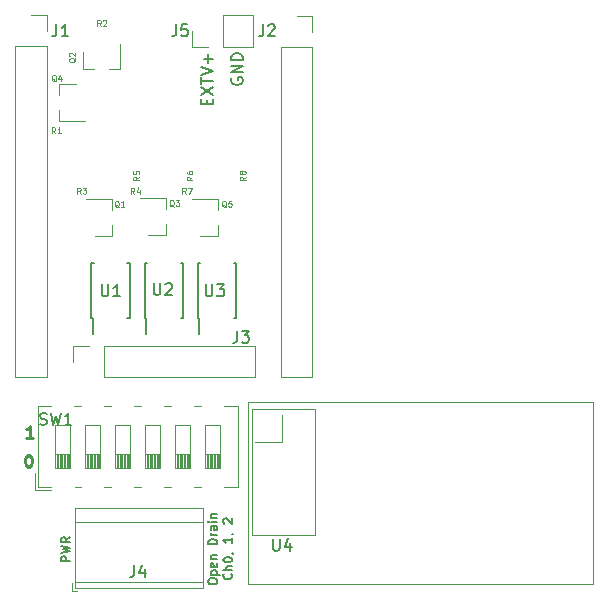
<source format=gbr>
G04 #@! TF.GenerationSoftware,KiCad,Pcbnew,(5.1.5)-3*
G04 #@! TF.CreationDate,2020-07-22T22:43:47-05:00*
G04 #@! TF.ProjectId,LightDriverShieldVer2,4c696768-7444-4726-9976-657253686965,rev?*
G04 #@! TF.SameCoordinates,Original*
G04 #@! TF.FileFunction,Legend,Top*
G04 #@! TF.FilePolarity,Positive*
%FSLAX46Y46*%
G04 Gerber Fmt 4.6, Leading zero omitted, Abs format (unit mm)*
G04 Created by KiCad (PCBNEW (5.1.5)-3) date 2020-07-22 22:43:47*
%MOMM*%
%LPD*%
G04 APERTURE LIST*
%ADD10C,0.150000*%
%ADD11C,0.250000*%
%ADD12C,0.120000*%
%ADD13C,0.100000*%
G04 APERTURE END LIST*
D10*
X115001785Y-138671428D02*
X115001785Y-138528571D01*
X115037500Y-138457142D01*
X115108928Y-138385714D01*
X115251785Y-138350000D01*
X115501785Y-138350000D01*
X115644642Y-138385714D01*
X115716071Y-138457142D01*
X115751785Y-138528571D01*
X115751785Y-138671428D01*
X115716071Y-138742857D01*
X115644642Y-138814285D01*
X115501785Y-138850000D01*
X115251785Y-138850000D01*
X115108928Y-138814285D01*
X115037500Y-138742857D01*
X115001785Y-138671428D01*
X115251785Y-138028571D02*
X116001785Y-138028571D01*
X115287500Y-138028571D02*
X115251785Y-137957142D01*
X115251785Y-137814285D01*
X115287500Y-137742857D01*
X115323214Y-137707142D01*
X115394642Y-137671428D01*
X115608928Y-137671428D01*
X115680357Y-137707142D01*
X115716071Y-137742857D01*
X115751785Y-137814285D01*
X115751785Y-137957142D01*
X115716071Y-138028571D01*
X115716071Y-137064285D02*
X115751785Y-137135714D01*
X115751785Y-137278571D01*
X115716071Y-137350000D01*
X115644642Y-137385714D01*
X115358928Y-137385714D01*
X115287500Y-137350000D01*
X115251785Y-137278571D01*
X115251785Y-137135714D01*
X115287500Y-137064285D01*
X115358928Y-137028571D01*
X115430357Y-137028571D01*
X115501785Y-137385714D01*
X115251785Y-136707142D02*
X115751785Y-136707142D01*
X115323214Y-136707142D02*
X115287500Y-136671428D01*
X115251785Y-136600000D01*
X115251785Y-136492857D01*
X115287500Y-136421428D01*
X115358928Y-136385714D01*
X115751785Y-136385714D01*
X115751785Y-135457142D02*
X115001785Y-135457142D01*
X115001785Y-135278571D01*
X115037500Y-135171428D01*
X115108928Y-135100000D01*
X115180357Y-135064285D01*
X115323214Y-135028571D01*
X115430357Y-135028571D01*
X115573214Y-135064285D01*
X115644642Y-135100000D01*
X115716071Y-135171428D01*
X115751785Y-135278571D01*
X115751785Y-135457142D01*
X115751785Y-134707142D02*
X115251785Y-134707142D01*
X115394642Y-134707142D02*
X115323214Y-134671428D01*
X115287500Y-134635714D01*
X115251785Y-134564285D01*
X115251785Y-134492857D01*
X115751785Y-133921428D02*
X115358928Y-133921428D01*
X115287500Y-133957142D01*
X115251785Y-134028571D01*
X115251785Y-134171428D01*
X115287500Y-134242857D01*
X115716071Y-133921428D02*
X115751785Y-133992857D01*
X115751785Y-134171428D01*
X115716071Y-134242857D01*
X115644642Y-134278571D01*
X115573214Y-134278571D01*
X115501785Y-134242857D01*
X115466071Y-134171428D01*
X115466071Y-133992857D01*
X115430357Y-133921428D01*
X115751785Y-133564285D02*
X115251785Y-133564285D01*
X115001785Y-133564285D02*
X115037500Y-133600000D01*
X115073214Y-133564285D01*
X115037500Y-133528571D01*
X115001785Y-133564285D01*
X115073214Y-133564285D01*
X115251785Y-133207142D02*
X115751785Y-133207142D01*
X115323214Y-133207142D02*
X115287500Y-133171428D01*
X115251785Y-133100000D01*
X115251785Y-132992857D01*
X115287500Y-132921428D01*
X115358928Y-132885714D01*
X115751785Y-132885714D01*
X116955357Y-137957142D02*
X116991071Y-137992857D01*
X117026785Y-138100000D01*
X117026785Y-138171428D01*
X116991071Y-138278571D01*
X116919642Y-138350000D01*
X116848214Y-138385714D01*
X116705357Y-138421428D01*
X116598214Y-138421428D01*
X116455357Y-138385714D01*
X116383928Y-138350000D01*
X116312500Y-138278571D01*
X116276785Y-138171428D01*
X116276785Y-138100000D01*
X116312500Y-137992857D01*
X116348214Y-137957142D01*
X117026785Y-137635714D02*
X116276785Y-137635714D01*
X117026785Y-137314285D02*
X116633928Y-137314285D01*
X116562500Y-137350000D01*
X116526785Y-137421428D01*
X116526785Y-137528571D01*
X116562500Y-137600000D01*
X116598214Y-137635714D01*
X116276785Y-136814285D02*
X116276785Y-136742857D01*
X116312500Y-136671428D01*
X116348214Y-136635714D01*
X116419642Y-136600000D01*
X116562500Y-136564285D01*
X116741071Y-136564285D01*
X116883928Y-136600000D01*
X116955357Y-136635714D01*
X116991071Y-136671428D01*
X117026785Y-136742857D01*
X117026785Y-136814285D01*
X116991071Y-136885714D01*
X116955357Y-136921428D01*
X116883928Y-136957142D01*
X116741071Y-136992857D01*
X116562500Y-136992857D01*
X116419642Y-136957142D01*
X116348214Y-136921428D01*
X116312500Y-136885714D01*
X116276785Y-136814285D01*
X116991071Y-136207142D02*
X117026785Y-136207142D01*
X117098214Y-136242857D01*
X117133928Y-136278571D01*
X117026785Y-134921428D02*
X117026785Y-135350000D01*
X117026785Y-135135714D02*
X116276785Y-135135714D01*
X116383928Y-135207142D01*
X116455357Y-135278571D01*
X116491071Y-135350000D01*
X116991071Y-134564285D02*
X117026785Y-134564285D01*
X117098214Y-134600000D01*
X117133928Y-134635714D01*
X116348214Y-133707142D02*
X116312500Y-133671428D01*
X116276785Y-133600000D01*
X116276785Y-133421428D01*
X116312500Y-133350000D01*
X116348214Y-133314285D01*
X116419642Y-133278571D01*
X116491071Y-133278571D01*
X116598214Y-133314285D01*
X117026785Y-133742857D01*
X117026785Y-133278571D01*
X103289285Y-136900000D02*
X102539285Y-136900000D01*
X102539285Y-136614285D01*
X102575000Y-136542857D01*
X102610714Y-136507142D01*
X102682142Y-136471428D01*
X102789285Y-136471428D01*
X102860714Y-136507142D01*
X102896428Y-136542857D01*
X102932142Y-136614285D01*
X102932142Y-136900000D01*
X102539285Y-136221428D02*
X103289285Y-136042857D01*
X102753571Y-135900000D01*
X103289285Y-135757142D01*
X102539285Y-135578571D01*
X103289285Y-134864285D02*
X102932142Y-135114285D01*
X103289285Y-135292857D02*
X102539285Y-135292857D01*
X102539285Y-135007142D01*
X102575000Y-134935714D01*
X102610714Y-134900000D01*
X102682142Y-134864285D01*
X102789285Y-134864285D01*
X102860714Y-134900000D01*
X102896428Y-134935714D01*
X102932142Y-135007142D01*
X102932142Y-135292857D01*
X114878571Y-98214404D02*
X114878571Y-97881071D01*
X115402380Y-97738214D02*
X115402380Y-98214404D01*
X114402380Y-98214404D01*
X114402380Y-97738214D01*
X114402380Y-97404880D02*
X115402380Y-96738214D01*
X114402380Y-96738214D02*
X115402380Y-97404880D01*
X114402380Y-96500119D02*
X114402380Y-95928690D01*
X115402380Y-96214404D02*
X114402380Y-96214404D01*
X114402380Y-95738214D02*
X115402380Y-95404880D01*
X114402380Y-95071547D01*
X115021428Y-94738214D02*
X115021428Y-93976309D01*
X115402380Y-94357261D02*
X114640476Y-94357261D01*
X117000000Y-95990595D02*
X116952380Y-96085833D01*
X116952380Y-96228690D01*
X117000000Y-96371547D01*
X117095238Y-96466785D01*
X117190476Y-96514404D01*
X117380952Y-96562023D01*
X117523809Y-96562023D01*
X117714285Y-96514404D01*
X117809523Y-96466785D01*
X117904761Y-96371547D01*
X117952380Y-96228690D01*
X117952380Y-96133452D01*
X117904761Y-95990595D01*
X117857142Y-95942976D01*
X117523809Y-95942976D01*
X117523809Y-96133452D01*
X117952380Y-95514404D02*
X116952380Y-95514404D01*
X117952380Y-94942976D01*
X116952380Y-94942976D01*
X117952380Y-94466785D02*
X116952380Y-94466785D01*
X116952380Y-94228690D01*
X117000000Y-94085833D01*
X117095238Y-93990595D01*
X117190476Y-93942976D01*
X117380952Y-93895357D01*
X117523809Y-93895357D01*
X117714285Y-93942976D01*
X117809523Y-93990595D01*
X117904761Y-94085833D01*
X117952380Y-94228690D01*
X117952380Y-94466785D01*
D11*
X100185714Y-126452380D02*
X99614285Y-126452380D01*
X99900000Y-126452380D02*
X99900000Y-125452380D01*
X99804761Y-125595238D01*
X99709523Y-125690476D01*
X99614285Y-125738095D01*
X99752380Y-127902380D02*
X99847619Y-127902380D01*
X99942857Y-127950000D01*
X99990476Y-127997619D01*
X100038095Y-128092857D01*
X100085714Y-128283333D01*
X100085714Y-128521428D01*
X100038095Y-128711904D01*
X99990476Y-128807142D01*
X99942857Y-128854761D01*
X99847619Y-128902380D01*
X99752380Y-128902380D01*
X99657142Y-128854761D01*
X99609523Y-128807142D01*
X99561904Y-128711904D01*
X99514285Y-128521428D01*
X99514285Y-128283333D01*
X99561904Y-128092857D01*
X99609523Y-127997619D01*
X99657142Y-127950000D01*
X99752380Y-127902380D01*
D12*
X115810000Y-109380000D02*
X114350000Y-109380000D01*
X115810000Y-106220000D02*
X113650000Y-106220000D01*
X115810000Y-106220000D02*
X115810000Y-107150000D01*
X115810000Y-109380000D02*
X115810000Y-108450000D01*
X102390000Y-96470000D02*
X103850000Y-96470000D01*
X102390000Y-99630000D02*
X104550000Y-99630000D01*
X102390000Y-99630000D02*
X102390000Y-98700000D01*
X102390000Y-96470000D02*
X102390000Y-97400000D01*
X111410000Y-109280000D02*
X109950000Y-109280000D01*
X111410000Y-106120000D02*
X109250000Y-106120000D01*
X111410000Y-106120000D02*
X111410000Y-107050000D01*
X111410000Y-109280000D02*
X111410000Y-108350000D01*
X106860000Y-109380000D02*
X105400000Y-109380000D01*
X106860000Y-106220000D02*
X104700000Y-106220000D01*
X106860000Y-106220000D02*
X106860000Y-107150000D01*
X106860000Y-109380000D02*
X106860000Y-108450000D01*
D10*
X105225000Y-116325000D02*
X105225000Y-117675000D01*
X108375000Y-116325000D02*
X108375000Y-111675000D01*
X105125000Y-116325000D02*
X105125000Y-111675000D01*
X108375000Y-116325000D02*
X108175000Y-116325000D01*
X108375000Y-111675000D02*
X108175000Y-111675000D01*
X105125000Y-111675000D02*
X105325000Y-111675000D01*
X105125000Y-116325000D02*
X105225000Y-116325000D01*
X114225000Y-116325000D02*
X114225000Y-117675000D01*
X117375000Y-116325000D02*
X117375000Y-111675000D01*
X114125000Y-116325000D02*
X114125000Y-111675000D01*
X117375000Y-116325000D02*
X117175000Y-116325000D01*
X117375000Y-111675000D02*
X117175000Y-111675000D01*
X114125000Y-111675000D02*
X114325000Y-111675000D01*
X114125000Y-116325000D02*
X114225000Y-116325000D01*
X109725000Y-116325000D02*
X109725000Y-117675000D01*
X112875000Y-116325000D02*
X112875000Y-111675000D01*
X109625000Y-116325000D02*
X109625000Y-111675000D01*
X112875000Y-116325000D02*
X112675000Y-116325000D01*
X112875000Y-111675000D02*
X112675000Y-111675000D01*
X109625000Y-111675000D02*
X109825000Y-111675000D01*
X109625000Y-116325000D02*
X109725000Y-116325000D01*
D12*
X113630000Y-93330000D02*
X113630000Y-92000000D01*
X114960000Y-93330000D02*
X113630000Y-93330000D01*
X116230000Y-93330000D02*
X116230000Y-90670000D01*
X116230000Y-90670000D02*
X118830000Y-90670000D01*
X116230000Y-93330000D02*
X118830000Y-93330000D01*
X118830000Y-93330000D02*
X118830000Y-90670000D01*
X118730000Y-123976000D02*
X118730000Y-123976000D01*
X118730000Y-134644000D02*
X118730000Y-123976000D01*
X118400000Y-123400000D02*
X118400000Y-123400000D01*
X118400000Y-138850000D02*
X118400000Y-123400000D01*
X147600000Y-138850000D02*
X118400000Y-138850000D01*
X147600000Y-123400000D02*
X147600000Y-138850000D01*
X118400000Y-123400000D02*
X147600000Y-123400000D01*
X118984000Y-126770000D02*
X118984000Y-126770000D01*
X121270000Y-126770000D02*
X118984000Y-126770000D01*
X121270000Y-124484000D02*
X121270000Y-126770000D01*
X118730000Y-134644000D02*
X118730000Y-134644000D01*
X124064000Y-134644000D02*
X118730000Y-134644000D01*
X124064000Y-123976000D02*
X124064000Y-134644000D01*
X118730000Y-123976000D02*
X124064000Y-123976000D01*
X114765000Y-127793333D02*
X116035000Y-127793333D01*
X115965000Y-129000000D02*
X115965000Y-127793333D01*
X115845000Y-129000000D02*
X115845000Y-127793333D01*
X115725000Y-129000000D02*
X115725000Y-127793333D01*
X115605000Y-129000000D02*
X115605000Y-127793333D01*
X115485000Y-129000000D02*
X115485000Y-127793333D01*
X115365000Y-129000000D02*
X115365000Y-127793333D01*
X115245000Y-129000000D02*
X115245000Y-127793333D01*
X115125000Y-129000000D02*
X115125000Y-127793333D01*
X115005000Y-129000000D02*
X115005000Y-127793333D01*
X114885000Y-129000000D02*
X114885000Y-127793333D01*
X114765000Y-125380000D02*
X114765000Y-129000000D01*
X116035000Y-125380000D02*
X114765000Y-125380000D01*
X116035000Y-129000000D02*
X116035000Y-125380000D01*
X114765000Y-129000000D02*
X116035000Y-129000000D01*
X112225000Y-127793333D02*
X113495000Y-127793333D01*
X113425000Y-129000000D02*
X113425000Y-127793333D01*
X113305000Y-129000000D02*
X113305000Y-127793333D01*
X113185000Y-129000000D02*
X113185000Y-127793333D01*
X113065000Y-129000000D02*
X113065000Y-127793333D01*
X112945000Y-129000000D02*
X112945000Y-127793333D01*
X112825000Y-129000000D02*
X112825000Y-127793333D01*
X112705000Y-129000000D02*
X112705000Y-127793333D01*
X112585000Y-129000000D02*
X112585000Y-127793333D01*
X112465000Y-129000000D02*
X112465000Y-127793333D01*
X112345000Y-129000000D02*
X112345000Y-127793333D01*
X112225000Y-125380000D02*
X112225000Y-129000000D01*
X113495000Y-125380000D02*
X112225000Y-125380000D01*
X113495000Y-129000000D02*
X113495000Y-125380000D01*
X112225000Y-129000000D02*
X113495000Y-129000000D01*
X109685000Y-127793333D02*
X110955000Y-127793333D01*
X110885000Y-129000000D02*
X110885000Y-127793333D01*
X110765000Y-129000000D02*
X110765000Y-127793333D01*
X110645000Y-129000000D02*
X110645000Y-127793333D01*
X110525000Y-129000000D02*
X110525000Y-127793333D01*
X110405000Y-129000000D02*
X110405000Y-127793333D01*
X110285000Y-129000000D02*
X110285000Y-127793333D01*
X110165000Y-129000000D02*
X110165000Y-127793333D01*
X110045000Y-129000000D02*
X110045000Y-127793333D01*
X109925000Y-129000000D02*
X109925000Y-127793333D01*
X109805000Y-129000000D02*
X109805000Y-127793333D01*
X109685000Y-125380000D02*
X109685000Y-129000000D01*
X110955000Y-125380000D02*
X109685000Y-125380000D01*
X110955000Y-129000000D02*
X110955000Y-125380000D01*
X109685000Y-129000000D02*
X110955000Y-129000000D01*
X107145000Y-127793333D02*
X108415000Y-127793333D01*
X108345000Y-129000000D02*
X108345000Y-127793333D01*
X108225000Y-129000000D02*
X108225000Y-127793333D01*
X108105000Y-129000000D02*
X108105000Y-127793333D01*
X107985000Y-129000000D02*
X107985000Y-127793333D01*
X107865000Y-129000000D02*
X107865000Y-127793333D01*
X107745000Y-129000000D02*
X107745000Y-127793333D01*
X107625000Y-129000000D02*
X107625000Y-127793333D01*
X107505000Y-129000000D02*
X107505000Y-127793333D01*
X107385000Y-129000000D02*
X107385000Y-127793333D01*
X107265000Y-129000000D02*
X107265000Y-127793333D01*
X107145000Y-125380000D02*
X107145000Y-129000000D01*
X108415000Y-125380000D02*
X107145000Y-125380000D01*
X108415000Y-129000000D02*
X108415000Y-125380000D01*
X107145000Y-129000000D02*
X108415000Y-129000000D01*
X104605000Y-127793333D02*
X105875000Y-127793333D01*
X105805000Y-129000000D02*
X105805000Y-127793333D01*
X105685000Y-129000000D02*
X105685000Y-127793333D01*
X105565000Y-129000000D02*
X105565000Y-127793333D01*
X105445000Y-129000000D02*
X105445000Y-127793333D01*
X105325000Y-129000000D02*
X105325000Y-127793333D01*
X105205000Y-129000000D02*
X105205000Y-127793333D01*
X105085000Y-129000000D02*
X105085000Y-127793333D01*
X104965000Y-129000000D02*
X104965000Y-127793333D01*
X104845000Y-129000000D02*
X104845000Y-127793333D01*
X104725000Y-129000000D02*
X104725000Y-127793333D01*
X104605000Y-125380000D02*
X104605000Y-129000000D01*
X105875000Y-125380000D02*
X104605000Y-125380000D01*
X105875000Y-129000000D02*
X105875000Y-125380000D01*
X104605000Y-129000000D02*
X105875000Y-129000000D01*
X102065000Y-127793333D02*
X103335000Y-127793333D01*
X103265000Y-129000000D02*
X103265000Y-127793333D01*
X103145000Y-129000000D02*
X103145000Y-127793333D01*
X103025000Y-129000000D02*
X103025000Y-127793333D01*
X102905000Y-129000000D02*
X102905000Y-127793333D01*
X102785000Y-129000000D02*
X102785000Y-127793333D01*
X102665000Y-129000000D02*
X102665000Y-127793333D01*
X102545000Y-129000000D02*
X102545000Y-127793333D01*
X102425000Y-129000000D02*
X102425000Y-127793333D01*
X102305000Y-129000000D02*
X102305000Y-127793333D01*
X102185000Y-129000000D02*
X102185000Y-127793333D01*
X102065000Y-125380000D02*
X102065000Y-129000000D01*
X103335000Y-125380000D02*
X102065000Y-125380000D01*
X103335000Y-129000000D02*
X103335000Y-125380000D01*
X102065000Y-129000000D02*
X103335000Y-129000000D01*
X100350000Y-130840000D02*
X101660000Y-130840000D01*
X100350000Y-130840000D02*
X100350000Y-129457000D01*
X103690000Y-123779000D02*
X104251000Y-123779000D01*
X100590000Y-123779000D02*
X101710000Y-123779000D01*
X106230000Y-123779000D02*
X106791000Y-123779000D01*
X108770000Y-123779000D02*
X109331000Y-123779000D01*
X111310000Y-123779000D02*
X111870000Y-123779000D01*
X113850000Y-123779000D02*
X114410000Y-123779000D01*
X116390000Y-123779000D02*
X117511000Y-123779000D01*
X116390000Y-130600000D02*
X117511000Y-130600000D01*
X113850000Y-130600000D02*
X114410000Y-130600000D01*
X111310000Y-130600000D02*
X111870000Y-130600000D01*
X108770000Y-130600000D02*
X109331000Y-130600000D01*
X106230000Y-130600000D02*
X106791000Y-130600000D01*
X103740000Y-130600000D02*
X104251000Y-130600000D01*
X100590000Y-130600000D02*
X101660000Y-130600000D01*
X117511000Y-130600000D02*
X117511000Y-123779000D01*
X100590000Y-130600000D02*
X100590000Y-123779000D01*
X104420000Y-95260000D02*
X104420000Y-93800000D01*
X107580000Y-95260000D02*
X107580000Y-93100000D01*
X107580000Y-95260000D02*
X106650000Y-95260000D01*
X104420000Y-95260000D02*
X105350000Y-95260000D01*
X103510000Y-139410000D02*
X103910000Y-139410000D01*
X103510000Y-138770000D02*
X103510000Y-139410000D01*
X114611000Y-132430000D02*
X114611000Y-139170000D01*
X103750000Y-132430000D02*
X103750000Y-139170000D01*
X103750000Y-139170000D02*
X114611000Y-139170000D01*
X103750000Y-132430000D02*
X114611000Y-132430000D01*
X103750000Y-133550000D02*
X114611000Y-133550000D01*
X103750000Y-138650000D02*
X114611000Y-138650000D01*
X103590000Y-120000000D02*
X103590000Y-118670000D01*
X103590000Y-118670000D02*
X104920000Y-118670000D01*
X106190000Y-118670000D02*
X118950000Y-118670000D01*
X118950000Y-121330000D02*
X118950000Y-118670000D01*
X106190000Y-121330000D02*
X118950000Y-121330000D01*
X106190000Y-121330000D02*
X106190000Y-118670000D01*
X122500000Y-90730000D02*
X123830000Y-90730000D01*
X123830000Y-90730000D02*
X123830000Y-92060000D01*
X123830000Y-93330000D02*
X123830000Y-121330000D01*
X121170000Y-121330000D02*
X123830000Y-121330000D01*
X121170000Y-93330000D02*
X121170000Y-121330000D01*
X121170000Y-93330000D02*
X123830000Y-93330000D01*
X100000000Y-90670000D02*
X101330000Y-90670000D01*
X101330000Y-90670000D02*
X101330000Y-92000000D01*
X101330000Y-93270000D02*
X101330000Y-121270000D01*
X98670000Y-121270000D02*
X101330000Y-121270000D01*
X98670000Y-93270000D02*
X98670000Y-121270000D01*
X98670000Y-93270000D02*
X101330000Y-93270000D01*
D13*
X116552380Y-106923809D02*
X116504761Y-106900000D01*
X116457142Y-106852380D01*
X116385714Y-106780952D01*
X116338095Y-106757142D01*
X116290476Y-106757142D01*
X116314285Y-106876190D02*
X116266666Y-106852380D01*
X116219047Y-106804761D01*
X116195238Y-106709523D01*
X116195238Y-106542857D01*
X116219047Y-106447619D01*
X116266666Y-106400000D01*
X116314285Y-106376190D01*
X116409523Y-106376190D01*
X116457142Y-106400000D01*
X116504761Y-106447619D01*
X116528571Y-106542857D01*
X116528571Y-106709523D01*
X116504761Y-106804761D01*
X116457142Y-106852380D01*
X116409523Y-106876190D01*
X116314285Y-106876190D01*
X116980952Y-106376190D02*
X116742857Y-106376190D01*
X116719047Y-106614285D01*
X116742857Y-106590476D01*
X116790476Y-106566666D01*
X116909523Y-106566666D01*
X116957142Y-106590476D01*
X116980952Y-106614285D01*
X117004761Y-106661904D01*
X117004761Y-106780952D01*
X116980952Y-106828571D01*
X116957142Y-106852380D01*
X116909523Y-106876190D01*
X116790476Y-106876190D01*
X116742857Y-106852380D01*
X116719047Y-106828571D01*
X102152380Y-96273809D02*
X102104761Y-96250000D01*
X102057142Y-96202380D01*
X101985714Y-96130952D01*
X101938095Y-96107142D01*
X101890476Y-96107142D01*
X101914285Y-96226190D02*
X101866666Y-96202380D01*
X101819047Y-96154761D01*
X101795238Y-96059523D01*
X101795238Y-95892857D01*
X101819047Y-95797619D01*
X101866666Y-95750000D01*
X101914285Y-95726190D01*
X102009523Y-95726190D01*
X102057142Y-95750000D01*
X102104761Y-95797619D01*
X102128571Y-95892857D01*
X102128571Y-96059523D01*
X102104761Y-96154761D01*
X102057142Y-96202380D01*
X102009523Y-96226190D01*
X101914285Y-96226190D01*
X102557142Y-95892857D02*
X102557142Y-96226190D01*
X102438095Y-95702380D02*
X102319047Y-96059523D01*
X102628571Y-96059523D01*
X112102380Y-106873809D02*
X112054761Y-106850000D01*
X112007142Y-106802380D01*
X111935714Y-106730952D01*
X111888095Y-106707142D01*
X111840476Y-106707142D01*
X111864285Y-106826190D02*
X111816666Y-106802380D01*
X111769047Y-106754761D01*
X111745238Y-106659523D01*
X111745238Y-106492857D01*
X111769047Y-106397619D01*
X111816666Y-106350000D01*
X111864285Y-106326190D01*
X111959523Y-106326190D01*
X112007142Y-106350000D01*
X112054761Y-106397619D01*
X112078571Y-106492857D01*
X112078571Y-106659523D01*
X112054761Y-106754761D01*
X112007142Y-106802380D01*
X111959523Y-106826190D01*
X111864285Y-106826190D01*
X112245238Y-106326190D02*
X112554761Y-106326190D01*
X112388095Y-106516666D01*
X112459523Y-106516666D01*
X112507142Y-106540476D01*
X112530952Y-106564285D01*
X112554761Y-106611904D01*
X112554761Y-106730952D01*
X112530952Y-106778571D01*
X112507142Y-106802380D01*
X112459523Y-106826190D01*
X112316666Y-106826190D01*
X112269047Y-106802380D01*
X112245238Y-106778571D01*
X107452380Y-106923809D02*
X107404761Y-106900000D01*
X107357142Y-106852380D01*
X107285714Y-106780952D01*
X107238095Y-106757142D01*
X107190476Y-106757142D01*
X107214285Y-106876190D02*
X107166666Y-106852380D01*
X107119047Y-106804761D01*
X107095238Y-106709523D01*
X107095238Y-106542857D01*
X107119047Y-106447619D01*
X107166666Y-106400000D01*
X107214285Y-106376190D01*
X107309523Y-106376190D01*
X107357142Y-106400000D01*
X107404761Y-106447619D01*
X107428571Y-106542857D01*
X107428571Y-106709523D01*
X107404761Y-106804761D01*
X107357142Y-106852380D01*
X107309523Y-106876190D01*
X107214285Y-106876190D01*
X107904761Y-106876190D02*
X107619047Y-106876190D01*
X107761904Y-106876190D02*
X107761904Y-106376190D01*
X107714285Y-106447619D01*
X107666666Y-106495238D01*
X107619047Y-106519047D01*
D10*
X105988095Y-113452380D02*
X105988095Y-114261904D01*
X106035714Y-114357142D01*
X106083333Y-114404761D01*
X106178571Y-114452380D01*
X106369047Y-114452380D01*
X106464285Y-114404761D01*
X106511904Y-114357142D01*
X106559523Y-114261904D01*
X106559523Y-113452380D01*
X107559523Y-114452380D02*
X106988095Y-114452380D01*
X107273809Y-114452380D02*
X107273809Y-113452380D01*
X107178571Y-113595238D01*
X107083333Y-113690476D01*
X106988095Y-113738095D01*
X114788095Y-113452380D02*
X114788095Y-114261904D01*
X114835714Y-114357142D01*
X114883333Y-114404761D01*
X114978571Y-114452380D01*
X115169047Y-114452380D01*
X115264285Y-114404761D01*
X115311904Y-114357142D01*
X115359523Y-114261904D01*
X115359523Y-113452380D01*
X115740476Y-113452380D02*
X116359523Y-113452380D01*
X116026190Y-113833333D01*
X116169047Y-113833333D01*
X116264285Y-113880952D01*
X116311904Y-113928571D01*
X116359523Y-114023809D01*
X116359523Y-114261904D01*
X116311904Y-114357142D01*
X116264285Y-114404761D01*
X116169047Y-114452380D01*
X115883333Y-114452380D01*
X115788095Y-114404761D01*
X115740476Y-114357142D01*
X110388095Y-113352380D02*
X110388095Y-114161904D01*
X110435714Y-114257142D01*
X110483333Y-114304761D01*
X110578571Y-114352380D01*
X110769047Y-114352380D01*
X110864285Y-114304761D01*
X110911904Y-114257142D01*
X110959523Y-114161904D01*
X110959523Y-113352380D01*
X111388095Y-113447619D02*
X111435714Y-113400000D01*
X111530952Y-113352380D01*
X111769047Y-113352380D01*
X111864285Y-113400000D01*
X111911904Y-113447619D01*
X111959523Y-113542857D01*
X111959523Y-113638095D01*
X111911904Y-113780952D01*
X111340476Y-114352380D01*
X111959523Y-114352380D01*
D13*
X118176190Y-104333333D02*
X117938095Y-104500000D01*
X118176190Y-104619047D02*
X117676190Y-104619047D01*
X117676190Y-104428571D01*
X117700000Y-104380952D01*
X117723809Y-104357142D01*
X117771428Y-104333333D01*
X117842857Y-104333333D01*
X117890476Y-104357142D01*
X117914285Y-104380952D01*
X117938095Y-104428571D01*
X117938095Y-104619047D01*
X117890476Y-104047619D02*
X117866666Y-104095238D01*
X117842857Y-104119047D01*
X117795238Y-104142857D01*
X117771428Y-104142857D01*
X117723809Y-104119047D01*
X117700000Y-104095238D01*
X117676190Y-104047619D01*
X117676190Y-103952380D01*
X117700000Y-103904761D01*
X117723809Y-103880952D01*
X117771428Y-103857142D01*
X117795238Y-103857142D01*
X117842857Y-103880952D01*
X117866666Y-103904761D01*
X117890476Y-103952380D01*
X117890476Y-104047619D01*
X117914285Y-104095238D01*
X117938095Y-104119047D01*
X117985714Y-104142857D01*
X118080952Y-104142857D01*
X118128571Y-104119047D01*
X118152380Y-104095238D01*
X118176190Y-104047619D01*
X118176190Y-103952380D01*
X118152380Y-103904761D01*
X118128571Y-103880952D01*
X118080952Y-103857142D01*
X117985714Y-103857142D01*
X117938095Y-103880952D01*
X117914285Y-103904761D01*
X117890476Y-103952380D01*
X113116666Y-105776190D02*
X112950000Y-105538095D01*
X112830952Y-105776190D02*
X112830952Y-105276190D01*
X113021428Y-105276190D01*
X113069047Y-105300000D01*
X113092857Y-105323809D01*
X113116666Y-105371428D01*
X113116666Y-105442857D01*
X113092857Y-105490476D01*
X113069047Y-105514285D01*
X113021428Y-105538095D01*
X112830952Y-105538095D01*
X113283333Y-105276190D02*
X113616666Y-105276190D01*
X113402380Y-105776190D01*
X113676190Y-104333333D02*
X113438095Y-104500000D01*
X113676190Y-104619047D02*
X113176190Y-104619047D01*
X113176190Y-104428571D01*
X113200000Y-104380952D01*
X113223809Y-104357142D01*
X113271428Y-104333333D01*
X113342857Y-104333333D01*
X113390476Y-104357142D01*
X113414285Y-104380952D01*
X113438095Y-104428571D01*
X113438095Y-104619047D01*
X113176190Y-103904761D02*
X113176190Y-104000000D01*
X113200000Y-104047619D01*
X113223809Y-104071428D01*
X113295238Y-104119047D01*
X113390476Y-104142857D01*
X113580952Y-104142857D01*
X113628571Y-104119047D01*
X113652380Y-104095238D01*
X113676190Y-104047619D01*
X113676190Y-103952380D01*
X113652380Y-103904761D01*
X113628571Y-103880952D01*
X113580952Y-103857142D01*
X113461904Y-103857142D01*
X113414285Y-103880952D01*
X113390476Y-103904761D01*
X113366666Y-103952380D01*
X113366666Y-104047619D01*
X113390476Y-104095238D01*
X113414285Y-104119047D01*
X113461904Y-104142857D01*
X109176190Y-104333333D02*
X108938095Y-104500000D01*
X109176190Y-104619047D02*
X108676190Y-104619047D01*
X108676190Y-104428571D01*
X108700000Y-104380952D01*
X108723809Y-104357142D01*
X108771428Y-104333333D01*
X108842857Y-104333333D01*
X108890476Y-104357142D01*
X108914285Y-104380952D01*
X108938095Y-104428571D01*
X108938095Y-104619047D01*
X108676190Y-103880952D02*
X108676190Y-104119047D01*
X108914285Y-104142857D01*
X108890476Y-104119047D01*
X108866666Y-104071428D01*
X108866666Y-103952380D01*
X108890476Y-103904761D01*
X108914285Y-103880952D01*
X108961904Y-103857142D01*
X109080952Y-103857142D01*
X109128571Y-103880952D01*
X109152380Y-103904761D01*
X109176190Y-103952380D01*
X109176190Y-104071428D01*
X109152380Y-104119047D01*
X109128571Y-104142857D01*
X108766666Y-105776190D02*
X108600000Y-105538095D01*
X108480952Y-105776190D02*
X108480952Y-105276190D01*
X108671428Y-105276190D01*
X108719047Y-105300000D01*
X108742857Y-105323809D01*
X108766666Y-105371428D01*
X108766666Y-105442857D01*
X108742857Y-105490476D01*
X108719047Y-105514285D01*
X108671428Y-105538095D01*
X108480952Y-105538095D01*
X109195238Y-105442857D02*
X109195238Y-105776190D01*
X109076190Y-105252380D02*
X108957142Y-105609523D01*
X109266666Y-105609523D01*
X104216666Y-105776190D02*
X104050000Y-105538095D01*
X103930952Y-105776190D02*
X103930952Y-105276190D01*
X104121428Y-105276190D01*
X104169047Y-105300000D01*
X104192857Y-105323809D01*
X104216666Y-105371428D01*
X104216666Y-105442857D01*
X104192857Y-105490476D01*
X104169047Y-105514285D01*
X104121428Y-105538095D01*
X103930952Y-105538095D01*
X104383333Y-105276190D02*
X104692857Y-105276190D01*
X104526190Y-105466666D01*
X104597619Y-105466666D01*
X104645238Y-105490476D01*
X104669047Y-105514285D01*
X104692857Y-105561904D01*
X104692857Y-105680952D01*
X104669047Y-105728571D01*
X104645238Y-105752380D01*
X104597619Y-105776190D01*
X104454761Y-105776190D01*
X104407142Y-105752380D01*
X104383333Y-105728571D01*
D10*
X112296666Y-91452380D02*
X112296666Y-92166666D01*
X112249047Y-92309523D01*
X112153809Y-92404761D01*
X112010952Y-92452380D01*
X111915714Y-92452380D01*
X113249047Y-91452380D02*
X112772857Y-91452380D01*
X112725238Y-91928571D01*
X112772857Y-91880952D01*
X112868095Y-91833333D01*
X113106190Y-91833333D01*
X113201428Y-91880952D01*
X113249047Y-91928571D01*
X113296666Y-92023809D01*
X113296666Y-92261904D01*
X113249047Y-92357142D01*
X113201428Y-92404761D01*
X113106190Y-92452380D01*
X112868095Y-92452380D01*
X112772857Y-92404761D01*
X112725238Y-92357142D01*
X120488095Y-135002380D02*
X120488095Y-135811904D01*
X120535714Y-135907142D01*
X120583333Y-135954761D01*
X120678571Y-136002380D01*
X120869047Y-136002380D01*
X120964285Y-135954761D01*
X121011904Y-135907142D01*
X121059523Y-135811904D01*
X121059523Y-135002380D01*
X121964285Y-135335714D02*
X121964285Y-136002380D01*
X121726190Y-134954761D02*
X121488095Y-135669047D01*
X122107142Y-135669047D01*
X100766666Y-125304761D02*
X100909523Y-125352380D01*
X101147619Y-125352380D01*
X101242857Y-125304761D01*
X101290476Y-125257142D01*
X101338095Y-125161904D01*
X101338095Y-125066666D01*
X101290476Y-124971428D01*
X101242857Y-124923809D01*
X101147619Y-124876190D01*
X100957142Y-124828571D01*
X100861904Y-124780952D01*
X100814285Y-124733333D01*
X100766666Y-124638095D01*
X100766666Y-124542857D01*
X100814285Y-124447619D01*
X100861904Y-124400000D01*
X100957142Y-124352380D01*
X101195238Y-124352380D01*
X101338095Y-124400000D01*
X101671428Y-124352380D02*
X101909523Y-125352380D01*
X102100000Y-124638095D01*
X102290476Y-125352380D01*
X102528571Y-124352380D01*
X103433333Y-125352380D02*
X102861904Y-125352380D01*
X103147619Y-125352380D02*
X103147619Y-124352380D01*
X103052380Y-124495238D01*
X102957142Y-124590476D01*
X102861904Y-124638095D01*
D13*
X105916666Y-91576190D02*
X105750000Y-91338095D01*
X105630952Y-91576190D02*
X105630952Y-91076190D01*
X105821428Y-91076190D01*
X105869047Y-91100000D01*
X105892857Y-91123809D01*
X105916666Y-91171428D01*
X105916666Y-91242857D01*
X105892857Y-91290476D01*
X105869047Y-91314285D01*
X105821428Y-91338095D01*
X105630952Y-91338095D01*
X106107142Y-91123809D02*
X106130952Y-91100000D01*
X106178571Y-91076190D01*
X106297619Y-91076190D01*
X106345238Y-91100000D01*
X106369047Y-91123809D01*
X106392857Y-91171428D01*
X106392857Y-91219047D01*
X106369047Y-91290476D01*
X106083333Y-91576190D01*
X106392857Y-91576190D01*
X102066666Y-100676190D02*
X101900000Y-100438095D01*
X101780952Y-100676190D02*
X101780952Y-100176190D01*
X101971428Y-100176190D01*
X102019047Y-100200000D01*
X102042857Y-100223809D01*
X102066666Y-100271428D01*
X102066666Y-100342857D01*
X102042857Y-100390476D01*
X102019047Y-100414285D01*
X101971428Y-100438095D01*
X101780952Y-100438095D01*
X102542857Y-100676190D02*
X102257142Y-100676190D01*
X102400000Y-100676190D02*
X102400000Y-100176190D01*
X102352380Y-100247619D01*
X102304761Y-100295238D01*
X102257142Y-100319047D01*
X103773809Y-94297619D02*
X103750000Y-94345238D01*
X103702380Y-94392857D01*
X103630952Y-94464285D01*
X103607142Y-94511904D01*
X103607142Y-94559523D01*
X103726190Y-94535714D02*
X103702380Y-94583333D01*
X103654761Y-94630952D01*
X103559523Y-94654761D01*
X103392857Y-94654761D01*
X103297619Y-94630952D01*
X103250000Y-94583333D01*
X103226190Y-94535714D01*
X103226190Y-94440476D01*
X103250000Y-94392857D01*
X103297619Y-94345238D01*
X103392857Y-94321428D01*
X103559523Y-94321428D01*
X103654761Y-94345238D01*
X103702380Y-94392857D01*
X103726190Y-94440476D01*
X103726190Y-94535714D01*
X103273809Y-94130952D02*
X103250000Y-94107142D01*
X103226190Y-94059523D01*
X103226190Y-93940476D01*
X103250000Y-93892857D01*
X103273809Y-93869047D01*
X103321428Y-93845238D01*
X103369047Y-93845238D01*
X103440476Y-93869047D01*
X103726190Y-94154761D01*
X103726190Y-93845238D01*
D10*
X108736666Y-137252380D02*
X108736666Y-137966666D01*
X108689047Y-138109523D01*
X108593809Y-138204761D01*
X108450952Y-138252380D01*
X108355714Y-138252380D01*
X109641428Y-137585714D02*
X109641428Y-138252380D01*
X109403333Y-137204761D02*
X109165238Y-137919047D01*
X109784285Y-137919047D01*
X117466666Y-117402380D02*
X117466666Y-118116666D01*
X117419047Y-118259523D01*
X117323809Y-118354761D01*
X117180952Y-118402380D01*
X117085714Y-118402380D01*
X117847619Y-117402380D02*
X118466666Y-117402380D01*
X118133333Y-117783333D01*
X118276190Y-117783333D01*
X118371428Y-117830952D01*
X118419047Y-117878571D01*
X118466666Y-117973809D01*
X118466666Y-118211904D01*
X118419047Y-118307142D01*
X118371428Y-118354761D01*
X118276190Y-118402380D01*
X117990476Y-118402380D01*
X117895238Y-118354761D01*
X117847619Y-118307142D01*
X119666666Y-91452380D02*
X119666666Y-92166666D01*
X119619047Y-92309523D01*
X119523809Y-92404761D01*
X119380952Y-92452380D01*
X119285714Y-92452380D01*
X120095238Y-91547619D02*
X120142857Y-91500000D01*
X120238095Y-91452380D01*
X120476190Y-91452380D01*
X120571428Y-91500000D01*
X120619047Y-91547619D01*
X120666666Y-91642857D01*
X120666666Y-91738095D01*
X120619047Y-91880952D01*
X120047619Y-92452380D01*
X120666666Y-92452380D01*
X102166666Y-91452380D02*
X102166666Y-92166666D01*
X102119047Y-92309523D01*
X102023809Y-92404761D01*
X101880952Y-92452380D01*
X101785714Y-92452380D01*
X103166666Y-92452380D02*
X102595238Y-92452380D01*
X102880952Y-92452380D02*
X102880952Y-91452380D01*
X102785714Y-91595238D01*
X102690476Y-91690476D01*
X102595238Y-91738095D01*
M02*

</source>
